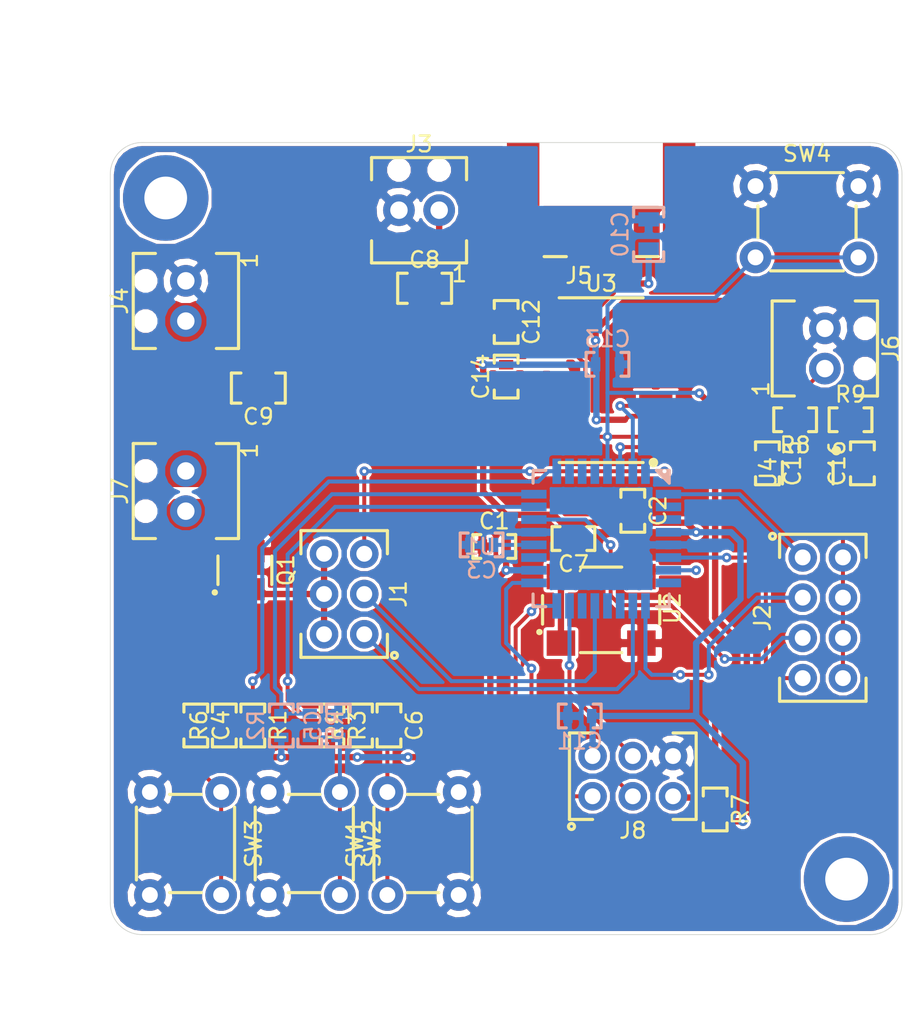
<source format=kicad_pcb>
(kicad_pcb (version 20171130) (host pcbnew "(6.0.0-rc1-dev-1168-gacfa13c03)")
  (layers (0 F.Cu signal) (31 B.Cu signal hide) (34 B.Paste user hide) (35 F.Paste user) (36 B.SilkS user hide) (37 F.SilkS user) (38 B.Mask user hide) (39 F.Mask user hide) (44 Edge.Cuts user))
  (net 0 "")
  (net 1 GND)
  (net 2 +5V)
  (net 3 "Net-(C3-Pad1)")
  (net 4 "Net-(C4-Pad1)")
  (net 5 "Net-(C5-Pad1)")
  (net 6 "Net-(C6-Pad1)")
  (net 7 +UPOW)
  (net 8 "Net-(C10-Pad1)")
  (net 9 "Net-(C12-Pad1)")
  (net 10 /MicroControl/FET)
  (net 11 /MicroControl/OUT0)
  (net 12 /MicroControl/OUT3_4)
  (net 13 /MicroControl/OUT1)
  (net 14 /Connector/SensorSpeed)
  (net 15 /MicroControl/T1)
  (net 16 /MicroControl/EXINT)
  (net 17 /MicroControl/T4)
  (net 18 /MicroControl/T3)
  (net 19 "Net-(J5-Pad6)")
  (net 20 /Connector/USB-)
  (net 21 /Connector/USB+)
  (net 22 "Net-(J5-Pad4)")
  (net 23 /Connector/MAGNET)
  (net 24 /Connector/PROG_MOSI)
  (net 25 /Connector/PROG_MISO)
  (net 26 /Connector/MCU_RESET)
  (net 27 /Connector/PROG_SCK)
  (net 28 /MicroControl/PCINT_INC)
  (net 29 /MicroControl/PCINT_DEC)
  (net 30 /MicroControl/PCINT_SET)
  (net 31 /MicroControl/MCU_TX)
  (net 32 /MicroControl/MCU_RX)
  (net 33 "Net-(U1-Pad28)")
  (net 34 "Net-(U1-Pad27)")
  (net 35 "Net-(U1-Pad26)")
  (net 36 "Net-(U1-Pad19)")
  (net 37 "Net-(U1-Pad14)")
  (net 38 "Net-(U1-Pad12)")
  (net 39 "Net-(U1-Pad11)")
  (net 40 "Net-(U1-Pad8)")
  (net 41 /MicroControl/OSC_IN)
  (net 42 "Net-(U1-Pad3)")
  (net 43 "Net-(U1-Pad2)")
  (net 44 "Net-(U3-Pad23)")
  (net 45 "Net-(U3-Pad22)")
  (net 46 "Net-(U3-Pad27)")
  (net 47 "Net-(U3-Pad28)")
  (net 48 "Net-(U3-Pad24)")
  (net 49 "Net-(U3-Pad14)")
  (net 50 "Net-(U3-Pad13)")
  (net 51 "Net-(U3-Pad12)")
  (net 52 "Net-(U3-Pad11)")
  (net 53 "Net-(U3-Pad10)")
  (net 54 "Net-(U3-Pad9)")
  (net 55 "Net-(U3-Pad8)")
  (net 56 "Net-(U3-Pad6)")
  (net 57 "Net-(U3-Pad3)")
  (net 58 "Net-(J6-Pad1)")
  (net 59 "Net-(U4-Pad4)")
  (net 60 /Connector/MCU_SensorSpeed)
  (net 61 "Net-(H1-Pad1)")
  (net 62 "Net-(H2-Pad1)")
  (module MECHANICAL:HOLE_2.7mm (layer F.Cu) (at 156.5 116.5)
    (fp_text reference H2 hide)
    (fp_text value HOLE_2.7mm hide)
    (pad 1 thru_hole circle (at 0 0) (size 5.4 5.4) (drill 2.7) (layers *.Cu *.Mask) (net 62 "Net-(H2-Pad1)"))
  )
  (module MECHANICAL:HOLE_2.7mm (layer F.Cu) (at 113.5 73.5)
    (fp_text reference H1 hide)
    (fp_text value HOLE_2.7mm hide)
    (pad 1 thru_hole circle (at 0 0) (size 5.4 5.4) (drill 2.7) (layers *.Cu *.Mask) (net 61 "Net-(H1-Pad1)"))
  )
  (module LABEL:logic_label (layer F.Cu) (at 121 73 180)
    (fp_text reference G*** hide)
    (fp_text value LOGO hide)
  )
  (module IC:SOT-23-6 (layer F.Cu) (at 154.05 90.85 270)
    (fp_text reference U4 (at 0 2.5 270) (layer F.SilkS))
    (fp_text value SN74LVC2G14 hide)
    (pad 6 smd rect (at 1.35 -0.95 180) (size 0.55 1) (layers F.Cu F.Paste F.Mask) (net 60 /Connector/MCU_SensorSpeed) (clearance 0.2))
    (pad 5 smd rect (at 1.35 0 180) (size 0.55 1) (layers F.Cu F.Paste F.Mask) (net 2 +5V) (clearance 0.2))
    (pad 4 smd rect (at 1.35 0.95 180) (size 0.55 1) (layers F.Cu F.Paste F.Mask) (net 59 "Net-(U4-Pad4)") (clearance 0.2))
    (pad 3 smd rect (at -1.35 0.95 180) (size 0.55 1) (layers F.Cu F.Paste F.Mask) (net 1 GND) (clearance 0.2))
    (pad 2 smd rect (at -1.35 0 180) (size 0.55 1) (layers F.Cu F.Paste F.Mask) (net 1 GND) (clearance 0.2))
    (pad 1 smd rect (at -1.35 -0.95 180) (size 0.55 1) (layers F.Cu F.Paste F.Mask) (net 14 /Connector/SensorSpeed) (clearance 0.2))
  )
  (module PASSIVES:RES_0603 (layer F.Cu) (at 156.75 87.5 180)
    (fp_text reference R9 (at 0 1.6 180) (layer F.SilkS))
    (fp_text value RES_10k_0603 hide)
    (pad 2 smd rect (at 0.75 0 180) (size 0.6 0.9) (layers F.Cu F.Paste F.Mask) (net 58 "Net-(J6-Pad1)") (clearance 0.2))
    (pad 1 smd rect (at -0.75 0 180) (size 0.6 0.9) (layers F.Cu F.Paste F.Mask) (net 14 /Connector/SensorSpeed) (clearance 0.2))
  )
  (module PASSIVES:CAP_0603 (layer F.Cu) (at 157.5 90.25 270)
    (fp_text reference C16 (at 0 1.6 270) (layer F.SilkS))
    (fp_text value CAP_100nF_0603 hide)
    (pad 2 smd rect (at 0.75 0 270) (size 0.6 0.9) (layers F.Cu F.Paste F.Mask) (net 1 GND) (clearance 0.2))
    (pad 1 smd rect (at -0.75 0 270) (size 0.6 0.9) (layers F.Cu F.Paste F.Mask) (net 14 /Connector/SensorSpeed) (clearance 0.2))
  )
  (module PASSIVES:CAP_0603 (layer F.Cu) (at 151.5 90.25 90)
    (fp_text reference C15 (at 0 1.6 90) (layer F.SilkS))
    (fp_text value CAP_100nF_0603 hide)
    (pad 2 smd rect (at 0.75 0 90) (size 0.6 0.9) (layers F.Cu F.Paste F.Mask) (net 1 GND) (clearance 0.2))
    (pad 1 smd rect (at -0.75 0 90) (size 0.6 0.9) (layers F.Cu F.Paste F.Mask) (net 2 +5V) (clearance 0.2))
  )
  (module DISCRETES:IQD_CFPS-72 (layer F.Cu) (at 141 99.5)
    (fp_text reference U2 (at 4.5 -0.1 270) (layer F.SilkS))
    (fp_text value OSZ_LFSPXO019275 hide)
    (pad 4 smd rect (at -2.54 -2.1 270) (size 1.6 1.8) (layers F.Cu F.Paste F.Mask) (net 2 +5V) (clearance 0.2))
    (pad 3 smd rect (at 2.54 -2.1 270) (size 1.6 1.8) (layers F.Cu F.Paste F.Mask) (net 41 /MicroControl/OSC_IN) (clearance 0.2))
    (pad 2 smd rect (at 2.54 2.1 270) (size 1.6 1.8) (layers F.Cu F.Paste F.Mask) (net 1 GND) (clearance 0.2))
    (pad 1 smd rect (at -2.54 2.1 270) (size 1.6 1.8) (layers F.Cu F.Paste F.Mask) (net 2 +5V) (clearance 0.2))
  )
  (module IC:SSOP-28 (layer F.Cu) (at 141 85 180)
    (fp_text reference U3 (at 0 6.1 180) (layer F.SilkS))
    (fp_text value FT232RL-REEL hide)
    (pad 15 smd rect (at 3.45 4.225 180) (size 2.1 0.35) (layers F.Cu F.Paste F.Mask) (net 21 /Connector/USB+) (clearance 0.2))
    (pad 16 smd rect (at 3.45 3.575 180) (size 2.1 0.35) (layers F.Cu F.Paste F.Mask) (net 20 /Connector/USB-) (clearance 0.2))
    (pad 17 smd rect (at 3.45 2.925 180) (size 2.1 0.35) (layers F.Cu F.Paste F.Mask) (net 9 "Net-(C12-Pad1)") (clearance 0.2))
    (pad 18 smd rect (at 3.45 2.275 180) (size 2.1 0.35) (layers F.Cu F.Paste F.Mask) (net 1 GND) (clearance 0.2))
    (pad 20 smd rect (at 3.45 0.975 180) (size 2.1 0.35) (layers F.Cu F.Paste F.Mask) (net 2 +5V) (clearance 0.2))
    (pad 19 smd rect (at 3.45 1.625 180) (size 2.1 0.35) (layers F.Cu F.Paste F.Mask) (net 26 /Connector/MCU_RESET) (clearance 0.2))
    (pad 23 smd rect (at 3.45 -0.975 180) (size 2.1 0.35) (layers F.Cu F.Paste F.Mask) (net 44 "Net-(U3-Pad23)") (clearance 0.2))
    (pad 21 smd rect (at 3.45 0.325 180) (size 2.1 0.35) (layers F.Cu F.Paste F.Mask) (net 1 GND) (clearance 0.2))
    (pad 22 smd rect (at 3.45 -0.325 180) (size 2.1 0.35) (layers F.Cu F.Paste F.Mask) (net 45 "Net-(U3-Pad22)") (clearance 0.2))
    (pad 27 smd rect (at 3.45 -3.575 180) (size 2.1 0.35) (layers F.Cu F.Paste F.Mask) (net 46 "Net-(U3-Pad27)") (clearance 0.2))
    (pad 28 smd rect (at 3.45 -4.225 180) (size 2.1 0.35) (layers F.Cu F.Paste F.Mask) (net 47 "Net-(U3-Pad28)") (clearance 0.2))
    (pad 26 smd rect (at 3.45 -2.925 180) (size 2.1 0.35) (layers F.Cu F.Paste F.Mask) (net 1 GND) (clearance 0.2))
    (pad 25 smd rect (at 3.45 -2.275 180) (size 2.1 0.35) (layers F.Cu F.Paste F.Mask) (net 1 GND) (clearance 0.2))
    (pad 24 smd rect (at 3.45 -1.625 180) (size 2.1 0.35) (layers F.Cu F.Paste F.Mask) (net 48 "Net-(U3-Pad24)") (clearance 0.2))
    (pad 14 smd rect (at -3.45 4.225) (size 2.1 0.35) (layers F.Cu F.Paste F.Mask) (net 49 "Net-(U3-Pad14)") (clearance 0.2))
    (pad 13 smd rect (at -3.45 3.575) (size 2.1 0.35) (layers F.Cu F.Paste F.Mask) (net 50 "Net-(U3-Pad13)") (clearance 0.2))
    (pad 12 smd rect (at -3.45 2.925) (size 2.1 0.35) (layers F.Cu F.Paste F.Mask) (net 51 "Net-(U3-Pad12)") (clearance 0.2))
    (pad 11 smd rect (at -3.45 2.275) (size 2.1 0.35) (layers F.Cu F.Paste F.Mask) (net 52 "Net-(U3-Pad11)") (clearance 0.2))
    (pad 10 smd rect (at -3.45 1.625) (size 2.1 0.35) (layers F.Cu F.Paste F.Mask) (net 53 "Net-(U3-Pad10)") (clearance 0.2))
    (pad 9 smd rect (at -3.45 0.975) (size 2.1 0.35) (layers F.Cu F.Paste F.Mask) (net 54 "Net-(U3-Pad9)") (clearance 0.2))
    (pad 8 smd rect (at -3.45 0.325) (size 2.1 0.35) (layers F.Cu F.Paste F.Mask) (net 55 "Net-(U3-Pad8)") (clearance 0.2))
    (pad 7 smd rect (at -3.45 -0.325) (size 2.1 0.35) (layers F.Cu F.Paste F.Mask) (net 1 GND) (clearance 0.2))
    (pad 6 smd rect (at -3.45 -0.975) (size 2.1 0.35) (layers F.Cu F.Paste F.Mask) (net 56 "Net-(U3-Pad6)") (clearance 0.2))
    (pad 5 smd rect (at -3.45 -1.625) (size 2.1 0.35) (layers F.Cu F.Paste F.Mask) (net 31 /MicroControl/MCU_TX) (clearance 0.2))
    (pad 4 smd rect (at -3.45 -2.275) (size 2.1 0.35) (layers F.Cu F.Paste F.Mask) (net 2 +5V) (clearance 0.2))
    (pad 3 smd rect (at -3.45 -2.925) (size 2.1 0.35) (layers F.Cu F.Paste F.Mask) (net 57 "Net-(U3-Pad3)") (clearance 0.2))
    (pad 2 smd rect (at -3.45 -3.575) (size 2.1 0.35) (layers F.Cu F.Paste F.Mask) (net 26 /Connector/MCU_RESET) (clearance 0.2))
    (pad 1 smd rect (at -3.45 -4.225) (size 2.1 0.35) (layers F.Cu F.Paste F.Mask) (net 32 /MicroControl/MCU_RX) (clearance 0.2))
  )
  (module IC:TQFP32_7x7_800 (layer B.Cu) (at 141 95 180)
    (fp_text reference U1 (at 7.65 -0.5 180) (layer B.SilkS) (effects (justify mirror)))
    (fp_text value ATMEGA328PB-AU hide)
    (pad 32 smd rect (at -2.8 4.25) (size 0.55 1.6) (layers B.Cu B.Paste B.Mask) (net 12 /MicroControl/OUT3_4) (clearance 0.2))
    (pad 31 smd rect (at -2 4.25) (size 0.55 1.6) (layers B.Cu B.Paste B.Mask) (net 31 /MicroControl/MCU_TX) (clearance 0.2))
    (pad 30 smd rect (at -1.2 4.25) (size 0.55 1.6) (layers B.Cu B.Paste B.Mask) (net 32 /MicroControl/MCU_RX) (clearance 0.2))
    (pad 29 smd rect (at -0.4 4.25) (size 0.55 1.6) (layers B.Cu B.Paste B.Mask) (net 26 /Connector/MCU_RESET) (clearance 0.2))
    (pad 28 smd rect (at 0.4 4.25) (size 0.55 1.6) (layers B.Cu B.Paste B.Mask) (net 33 "Net-(U1-Pad28)") (clearance 0.2))
    (pad 27 smd rect (at 1.2 4.25) (size 0.55 1.6) (layers B.Cu B.Paste B.Mask) (net 34 "Net-(U1-Pad27)") (clearance 0.2))
    (pad 26 smd rect (at 2 4.25) (size 0.55 1.6) (layers B.Cu B.Paste B.Mask) (net 35 "Net-(U1-Pad26)") (clearance 0.2))
    (pad 25 smd rect (at 2.8 4.25) (size 0.55 1.6) (layers B.Cu B.Paste B.Mask) (net 28 /MicroControl/PCINT_INC) (clearance 0.2))
    (pad 24 smd rect (at 4.25 2.8 90) (size 0.55 1.6) (layers B.Cu B.Paste B.Mask) (net 29 /MicroControl/PCINT_DEC) (clearance 0.2))
    (pad 23 smd rect (at 4.25 2 90) (size 0.55 1.6) (layers B.Cu B.Paste B.Mask) (net 30 /MicroControl/PCINT_SET) (clearance 0.2))
    (pad 22 smd rect (at 4.25 1.2 90) (size 0.55 1.6) (layers B.Cu B.Paste B.Mask) (net 18 /MicroControl/T3) (clearance 0.2))
    (pad 21 smd rect (at 4.25 0.4 90) (size 0.55 1.6) (layers B.Cu B.Paste B.Mask) (net 1 GND) (clearance 0.2))
    (pad 20 smd rect (at 4.25 -0.4 90) (size 0.55 1.6) (layers B.Cu B.Paste B.Mask) (net 3 "Net-(C3-Pad1)") (clearance 0.2))
    (pad 19 smd rect (at 4.25 -1.2 90) (size 0.55 1.6) (layers B.Cu B.Paste B.Mask) (net 36 "Net-(U1-Pad19)") (clearance 0.2))
    (pad 18 smd rect (at 4.25 -2 90) (size 0.55 1.6) (layers B.Cu B.Paste B.Mask) (net 2 +5V) (clearance 0.2))
    (pad 17 smd rect (at 4.25 -2.8 90) (size 0.55 1.6) (layers B.Cu B.Paste B.Mask) (net 27 /Connector/PROG_SCK) (clearance 0.2))
    (pad 16 smd rect (at 2.8 -4.25) (size 0.55 1.6) (layers B.Cu B.Paste B.Mask) (net 25 /Connector/PROG_MISO) (clearance 0.2))
    (pad 15 smd rect (at 2 -4.25) (size 0.55 1.6) (layers B.Cu B.Paste B.Mask) (net 24 /Connector/PROG_MOSI) (clearance 0.2))
    (pad 14 smd rect (at 1.2 -4.25) (size 0.55 1.6) (layers B.Cu B.Paste B.Mask) (net 37 "Net-(U1-Pad14)") (clearance 0.2))
    (pad 13 smd rect (at 0.4 -4.25) (size 0.55 1.6) (layers B.Cu B.Paste B.Mask) (net 13 /MicroControl/OUT1) (clearance 0.2))
    (pad 12 smd rect (at -0.4 -4.25) (size 0.55 1.6) (layers B.Cu B.Paste B.Mask) (net 38 "Net-(U1-Pad12)") (clearance 0.2))
    (pad 11 smd rect (at -1.2 -4.25) (size 0.55 1.6) (layers B.Cu B.Paste B.Mask) (net 39 "Net-(U1-Pad11)") (clearance 0.2))
    (pad 10 smd rect (at -2 -4.25) (size 0.55 1.6) (layers B.Cu B.Paste B.Mask) (net 11 /MicroControl/OUT0) (clearance 0.2))
    (pad 9 smd rect (at -2.8 -4.25) (size 0.55 1.6) (layers B.Cu B.Paste B.Mask) (net 15 /MicroControl/T1) (clearance 0.2))
    (pad 8 smd rect (at -4.25 -2.8 90) (size 0.55 1.6) (layers B.Cu B.Paste B.Mask) (net 40 "Net-(U1-Pad8)") (clearance 0.2))
    (pad 7 smd rect (at -4.25 -2 90) (size 0.55 1.6) (layers B.Cu B.Paste B.Mask) (net 41 /MicroControl/OSC_IN) (clearance 0.2))
    (pad 6 smd rect (at -4.25 -1.2 90) (size 0.55 1.6) (layers B.Cu B.Paste B.Mask) (net 17 /MicroControl/T4) (clearance 0.2))
    (pad 5 smd rect (at -4.25 -0.4 90) (size 0.55 1.6) (layers B.Cu B.Paste B.Mask) (net 1 GND) (clearance 0.2))
    (pad 4 smd rect (at -4.25 0.4 90) (size 0.55 1.6) (layers B.Cu B.Paste B.Mask) (net 2 +5V) (clearance 0.2))
    (pad 3 smd rect (at -4.25 1.2 90) (size 0.55 1.6) (layers B.Cu B.Paste B.Mask) (net 42 "Net-(U1-Pad3)") (clearance 0.2))
    (pad 2 smd rect (at -4.25 2 90) (size 0.55 1.6) (layers B.Cu B.Paste B.Mask) (net 43 "Net-(U1-Pad2)") (clearance 0.2))
    (pad 1 smd rect (at -4.25 2.8 90) (size 0.55 1.6) (layers B.Cu B.Paste B.Mask) (net 16 /MicroControl/EXINT) (clearance 0.2))
  )
  (module MECHANICAL:BUT_B3F-10XX (layer F.Cu) (at 154 75 180)
    (fp_text reference SW4 (at 0 4.3 180) (layer F.SilkS))
    (fp_text value BUT_B3F-1022 hide)
    (pad 4 thru_hole circle (at -3.25 -2.25 180) (size 2 2) (drill 1) (layers *.Cu *.Mask) (net 26 /Connector/MCU_RESET))
    (pad 3 thru_hole circle (at 3.25 -2.25 180) (size 2 2) (drill 1) (layers *.Cu *.Mask) (net 26 /Connector/MCU_RESET))
    (pad 1 thru_hole circle (at 3.25 2.25 180) (size 2 2) (drill 1) (layers *.Cu *.Mask) (net 1 GND))
    (pad 2 thru_hole circle (at -3.25 2.25 180) (size 2 2) (drill 1) (layers *.Cu *.Mask) (net 1 GND))
  )
  (module MECHANICAL:BUT_B3F-10XX (layer F.Cu) (at 114.75 114.25 90)
    (fp_text reference SW3 (at 0 4.3 90) (layer F.SilkS))
    (fp_text value BUT_B3F-1022 hide)
    (pad 4 thru_hole circle (at -3.25 -2.25 90) (size 2 2) (drill 1) (layers *.Cu *.Mask) (net 1 GND))
    (pad 3 thru_hole circle (at 3.25 -2.25 90) (size 2 2) (drill 1) (layers *.Cu *.Mask) (net 1 GND))
    (pad 1 thru_hole circle (at 3.25 2.25 90) (size 2 2) (drill 1) (layers *.Cu *.Mask) (net 4 "Net-(C4-Pad1)"))
    (pad 2 thru_hole circle (at -3.25 2.25 90) (size 2 2) (drill 1) (layers *.Cu *.Mask) (net 4 "Net-(C4-Pad1)"))
  )
  (module MECHANICAL:BUT_B3F-10XX (layer F.Cu) (at 122.25 114.25 90)
    (fp_text reference SW2 (at 0 4.3 90) (layer F.SilkS))
    (fp_text value BUT_B3F-1022 hide)
    (pad 4 thru_hole circle (at -3.25 -2.25 90) (size 2 2) (drill 1) (layers *.Cu *.Mask) (net 1 GND))
    (pad 3 thru_hole circle (at 3.25 -2.25 90) (size 2 2) (drill 1) (layers *.Cu *.Mask) (net 1 GND))
    (pad 1 thru_hole circle (at 3.25 2.25 90) (size 2 2) (drill 1) (layers *.Cu *.Mask) (net 5 "Net-(C5-Pad1)"))
    (pad 2 thru_hole circle (at -3.25 2.25 90) (size 2 2) (drill 1) (layers *.Cu *.Mask) (net 5 "Net-(C5-Pad1)"))
  )
  (module MECHANICAL:BUT_B3F-10XX (layer F.Cu) (at 129.75 114.25 270)
    (fp_text reference SW1 (at 0 4.3 270) (layer F.SilkS))
    (fp_text value BUT_B3F-1022 hide)
    (pad 4 thru_hole circle (at -3.25 -2.25 270) (size 2 2) (drill 1) (layers *.Cu *.Mask) (net 1 GND))
    (pad 3 thru_hole circle (at 3.25 -2.25 270) (size 2 2) (drill 1) (layers *.Cu *.Mask) (net 1 GND))
    (pad 1 thru_hole circle (at 3.25 2.25 270) (size 2 2) (drill 1) (layers *.Cu *.Mask) (net 6 "Net-(C6-Pad1)"))
    (pad 2 thru_hole circle (at -3.25 2.25 270) (size 2 2) (drill 1) (layers *.Cu *.Mask) (net 6 "Net-(C6-Pad1)"))
  )
  (module PASSIVES:RES_0603 (layer F.Cu) (at 153.25 87.5)
    (fp_text reference R8 (at 0 1.6) (layer F.SilkS))
    (fp_text value RES_10k_0603 hide)
    (pad 2 smd rect (at 0.75 0) (size 0.6 0.9) (layers F.Cu F.Paste F.Mask) (net 58 "Net-(J6-Pad1)") (clearance 0.2))
    (pad 1 smd rect (at -0.75 0) (size 0.6 0.9) (layers F.Cu F.Paste F.Mask) (net 2 +5V) (clearance 0.2))
  )
  (module PASSIVES:RES_0603 (layer F.Cu) (at 148.2 112.1 90)
    (fp_text reference R7 (at 0 1.6 90) (layer F.SilkS))
    (fp_text value RES_10k_0603 hide)
    (pad 2 smd rect (at 0.75 0 90) (size 0.6 0.9) (layers F.Cu F.Paste F.Mask) (net 26 /Connector/MCU_RESET) (clearance 0.2))
    (pad 1 smd rect (at -0.75 0 90) (size 0.6 0.9) (layers F.Cu F.Paste F.Mask) (net 2 +5V) (clearance 0.2))
  )
  (module PASSIVES:RES_0603 (layer F.Cu) (at 117.2 106.8 270)
    (fp_text reference R6 (at 0 1.6 270) (layer F.SilkS))
    (fp_text value RES_10k_0603 hide)
    (pad 2 smd rect (at 0.75 0 270) (size 0.6 0.9) (layers F.Cu F.Paste F.Mask) (net 4 "Net-(C4-Pad1)") (clearance 0.2))
    (pad 1 smd rect (at -0.75 0 270) (size 0.6 0.9) (layers F.Cu F.Paste F.Mask) (net 28 /MicroControl/PCINT_INC) (clearance 0.2))
  )
  (module PASSIVES:RES_0603 (layer B.Cu) (at 122.6 106.8 270)
    (fp_text reference R5 (at 0 -1.6 270) (layer B.SilkS) (effects (justify mirror)))
    (fp_text value RES_10k_0603 hide)
    (pad 2 smd rect (at 0.75 0 270) (size 0.6 0.9) (layers B.Cu B.Paste B.Mask) (net 5 "Net-(C5-Pad1)") (clearance 0.2))
    (pad 1 smd rect (at -0.75 0 270) (size 0.6 0.9) (layers B.Cu B.Paste B.Mask) (net 29 /MicroControl/PCINT_DEC) (clearance 0.2))
  )
  (module PASSIVES:RES_0603 (layer F.Cu) (at 125.8 106.8 270)
    (fp_text reference R4 (at 0 1.6 270) (layer F.SilkS))
    (fp_text value RES_10k_0603 hide)
    (pad 2 smd rect (at 0.75 0 270) (size 0.6 0.9) (layers F.Cu F.Paste F.Mask) (net 6 "Net-(C6-Pad1)") (clearance 0.2))
    (pad 1 smd rect (at -0.75 0 270) (size 0.6 0.9) (layers F.Cu F.Paste F.Mask) (net 30 /MicroControl/PCINT_SET) (clearance 0.2))
  )
  (module PASSIVES:RES_0603 (layer F.Cu) (at 124 106.8 90)
    (fp_text reference R3 (at 0 1.6 90) (layer F.SilkS))
    (fp_text value RES_10k_0603 hide)
    (pad 2 smd rect (at 0.75 0 90) (size 0.6 0.9) (layers F.Cu F.Paste F.Mask) (net 30 /MicroControl/PCINT_SET) (clearance 0.2))
    (pad 1 smd rect (at -0.75 0 90) (size 0.6 0.9) (layers F.Cu F.Paste F.Mask) (net 2 +5V) (clearance 0.2))
  )
  (module PASSIVES:RES_0603 (layer B.Cu) (at 120.8 106.8 90)
    (fp_text reference R2 (at 0 -1.6 90) (layer B.SilkS) (effects (justify mirror)))
    (fp_text value RES_10k_0603 hide)
    (pad 2 smd rect (at 0.75 0 90) (size 0.6 0.9) (layers B.Cu B.Paste B.Mask) (net 29 /MicroControl/PCINT_DEC) (clearance 0.2))
    (pad 1 smd rect (at -0.75 0 90) (size 0.6 0.9) (layers B.Cu B.Paste B.Mask) (net 2 +5V) (clearance 0.2))
  )
  (module PASSIVES:RES_0603 (layer F.Cu) (at 119 106.8 90)
    (fp_text reference R1 (at 0 1.6 90) (layer F.SilkS))
    (fp_text value RES_10k_0603 hide)
    (pad 2 smd rect (at 0.75 0 90) (size 0.6 0.9) (layers F.Cu F.Paste F.Mask) (net 28 /MicroControl/PCINT_INC) (clearance 0.2))
    (pad 1 smd rect (at -0.75 0 90) (size 0.6 0.9) (layers F.Cu F.Paste F.Mask) (net 2 +5V) (clearance 0.2))
  )
  (module DISCRETES:ONSEMI_318BD (layer F.Cu) (at 118.5 97)
    (fp_text reference Q1 (at 2.6 0 90) (layer F.SilkS))
    (fp_text value MOSFET_CPH6442 hide)
    (pad 6 smd rect (at -0.95 -1.2) (size 0.6 1.4) (layers F.Cu F.Paste F.Mask) (net 23 /Connector/MAGNET) (clearance 0.2))
    (pad 5 smd rect (at 0 -1.2) (size 0.6 1.4) (layers F.Cu F.Paste F.Mask) (net 23 /Connector/MAGNET) (clearance 0.2))
    (pad 4 smd rect (at 0.95 -1.2) (size 0.6 1.4) (layers F.Cu F.Paste F.Mask) (net 1 GND) (clearance 0.2))
    (pad 3 smd rect (at 0.95 1.2) (size 0.6 1.4) (layers F.Cu F.Paste F.Mask) (net 10 /MicroControl/FET) (clearance 0.2))
    (pad 2 smd rect (at 0 1.2) (size 0.6 1.4) (layers F.Cu F.Paste F.Mask) (net 23 /Connector/MAGNET) (clearance 0.2))
    (pad 1 smd rect (at -0.95 1.2 180) (size 0.6 1.4) (layers F.Cu F.Paste F.Mask) (net 23 /Connector/MAGNET) (clearance 0.2))
  )
  (module MECHANICAL:SL_100MIL_2x3p (layer F.Cu) (at 143 110)
    (fp_text reference J8 (at 0 3.429) (layer F.SilkS))
    (fp_text value SL_100mil_2x3p hide)
    (pad 4 thru_hole circle (at 0 -1.27) (size 1.8 1.8) (drill 1) (layers *.Cu *.Mask) (net 24 /Connector/PROG_MOSI))
    (pad 1 thru_hole circle (at -2.54 1.27) (size 1.8 1.8) (drill 1) (layers *.Cu *.Mask) (net 25 /Connector/PROG_MISO))
    (pad 2 thru_hole circle (at -2.54 -1.27) (size 1.8 1.8) (drill 1) (layers *.Cu *.Mask) (net 2 +5V))
    (pad 5 thru_hole circle (at 2.54 1.27) (size 1.8 1.8) (drill 1) (layers *.Cu *.Mask) (net 26 /Connector/MCU_RESET))
    (pad 6 thru_hole circle (at 2.54 -1.27) (size 1.8 1.8) (drill 1) (layers *.Cu *.Mask) (net 1 GND))
    (pad 3 thru_hole circle (at 0 1.27) (size 1.8 1.8) (drill 1) (layers *.Cu *.Mask) (net 27 /Connector/PROG_SCK))
  )
  (module MECHANICAL:CON_MPT_1725656 (layer F.Cu) (at 113.5 92 270)
    (fp_text reference J7 (at 0 2.9 270) (layer F.SilkS))
    (fp_text value CON_PHOENIX_1725656 hide)
    (fp_text user 1 (at -2.55 -5.3 270) (layer F.SilkS))
    (pad "" np_thru_hole circle (at 1.27 1.27 270) (size 1.1 1.1) (drill 1.1) (layers *.Cu *.Mask))
    (pad "" np_thru_hole circle (at -1.27 1.27 270) (size 1.1 1.1) (drill 1.1) (layers *.Cu *.Mask))
    (pad 1 thru_hole circle (at -1.27 -1.27 270) (size 2 2) (drill 1.1) (layers *.Cu *.Mask) (net 7 +UPOW))
    (pad 2 thru_hole circle (at 1.27 -1.27 270) (size 2 2) (drill 1.1) (layers *.Cu *.Mask) (net 23 /Connector/MAGNET))
  )
  (module MECHANICAL:CON_MPT_1725656 (layer F.Cu) (at 156.4 83 90)
    (fp_text reference J6 (at 0 2.9 90) (layer F.SilkS))
    (fp_text value CON_PHOENIX_1725656 hide)
    (fp_text user 1 (at -2.55 -5.3 90) (layer F.SilkS))
    (pad "" np_thru_hole circle (at 1.27 1.27 90) (size 1.1 1.1) (drill 1.1) (layers *.Cu *.Mask))
    (pad "" np_thru_hole circle (at -1.27 1.27 90) (size 1.1 1.1) (drill 1.1) (layers *.Cu *.Mask))
    (pad 1 thru_hole circle (at -1.27 -1.27 90) (size 2 2) (drill 1.1) (layers *.Cu *.Mask) (net 58 "Net-(J6-Pad1)"))
    (pad 2 thru_hole circle (at 1.27 -1.27 90) (size 2 2) (drill 1.1) (layers *.Cu *.Mask) (net 1 GND))
  )
  (module MECHANICAL:MOLEX_54819_0572 (layer F.Cu) (at 141 70)
    (fp_text reference J5 (at -1.4 8.4) (layer F.SilkS))
    (fp_text value CON_MOLEX_548190572 hide)
    (pad 6 smd rect (at 4.925 6.25 90) (size 3.5 2.05) (layers F.Cu F.Paste F.Mask) (net 19 "Net-(J5-Pad6)") (clearance 0.2))
    (pad 6 smd rect (at 4.925 2 90) (size 4 2.05) (layers F.Cu F.Paste F.Mask) (net 19 "Net-(J5-Pad6)") (clearance 0.2))
    (pad 6 smd rect (at -4.925 6.25 90) (size 3.5 2.05) (layers F.Cu F.Paste F.Mask) (net 19 "Net-(J5-Pad6)") (clearance 0.2))
    (pad 6 smd rect (at -4.925 2 90) (size 4 2.05) (layers F.Cu F.Paste F.Mask) (net 19 "Net-(J5-Pad6)") (clearance 0.2))
    (pad 1 smd rect (at 1.6 6.25) (size 0.5 2.25) (layers F.Cu F.Paste F.Mask) (net 8 "Net-(C10-Pad1)") (clearance 0.2))
    (pad 2 smd rect (at 0.8 6.25) (size 0.5 2.25) (layers F.Cu F.Paste F.Mask) (net 20 /Connector/USB-) (clearance 0.2))
    (pad 3 smd rect (at 0 6.25) (size 0.5 2.25) (layers F.Cu F.Paste F.Mask) (net 21 /Connector/USB+) (clearance 0.2))
    (pad 4 smd rect (at -0.8 6.25) (size 0.5 2.25) (layers F.Cu F.Paste F.Mask) (net 22 "Net-(J5-Pad4)") (clearance 0.2))
    (pad 5 smd rect (at -1.6 6.25) (size 0.5 2.25) (layers F.Cu F.Paste F.Mask) (net 1 GND) (clearance 0.2))
  )
  (module MECHANICAL:CON_MPT_1725656 (layer F.Cu) (at 113.5 80 270)
    (fp_text reference J4 (at 0 2.9 270) (layer F.SilkS))
    (fp_text value CON_PHOENIX_1725656 hide)
    (fp_text user 1 (at -2.55 -5.3 270) (layer F.SilkS))
    (pad "" np_thru_hole circle (at 1.27 1.27 270) (size 1.1 1.1) (drill 1.1) (layers *.Cu *.Mask))
    (pad "" np_thru_hole circle (at -1.27 1.27 270) (size 1.1 1.1) (drill 1.1) (layers *.Cu *.Mask))
    (pad 1 thru_hole circle (at -1.27 -1.27 270) (size 2 2) (drill 1.1) (layers *.Cu *.Mask) (net 1 GND))
    (pad 2 thru_hole circle (at 1.27 -1.27 270) (size 2 2) (drill 1.1) (layers *.Cu *.Mask) (net 7 +UPOW))
  )
  (module MECHANICAL:CON_MPT_1725656 (layer F.Cu) (at 129.5 73 180)
    (fp_text reference J3 (at 0 2.9 180) (layer F.SilkS))
    (fp_text value CON_PHOENIX_1725656 hide)
    (fp_text user 1 (at -2.55 -5.3 180) (layer F.SilkS))
    (pad "" np_thru_hole circle (at 1.27 1.27 180) (size 1.1 1.1) (drill 1.1) (layers *.Cu *.Mask))
    (pad "" np_thru_hole circle (at -1.27 1.27 180) (size 1.1 1.1) (drill 1.1) (layers *.Cu *.Mask))
    (pad 1 thru_hole circle (at -1.27 -1.27 180) (size 2 2) (drill 1.1) (layers *.Cu *.Mask) (net 2 +5V))
    (pad 2 thru_hole circle (at 1.27 -1.27 180) (size 2 2) (drill 1.1) (layers *.Cu *.Mask) (net 1 GND))
  )
  (module MECHANICAL:SL_100MIL_2x4p (layer F.Cu) (at 155 100 270)
    (fp_text reference J2 (at 0 3.81 270) (layer F.SilkS))
    (fp_text value SL_100mil_2x4p hide)
    (pad 8 thru_hole circle (at 3.81 -1.27 270) (size 1.8 1.8) (drill 1) (layers *.Cu *.Mask) (net 60 /Connector/MCU_SensorSpeed))
    (pad 3 thru_hole circle (at -1.27 1.27 270) (size 1.8 1.8) (drill 1) (layers *.Cu *.Mask) (net 15 /MicroControl/T1))
    (pad 1 thru_hole circle (at -3.81 1.27 270) (size 1.8 1.8) (drill 1) (layers *.Cu *.Mask) (net 16 /MicroControl/EXINT))
    (pad 7 thru_hole circle (at 3.81 1.27 270) (size 1.8 1.8) (drill 1) (layers *.Cu *.Mask) (net 17 /MicroControl/T4))
    (pad 6 thru_hole circle (at 1.27 -1.27 270) (size 1.8 1.8) (drill 1) (layers *.Cu *.Mask) (net 60 /Connector/MCU_SensorSpeed))
    (pad 2 thru_hole circle (at -3.81 -1.27 270) (size 1.8 1.8) (drill 1) (layers *.Cu *.Mask) (net 60 /Connector/MCU_SensorSpeed))
    (pad 4 thru_hole circle (at -1.27 -1.27 270) (size 1.8 1.8) (drill 1) (layers *.Cu *.Mask) (net 60 /Connector/MCU_SensorSpeed))
    (pad 5 thru_hole circle (at 1.27 1.27 270) (size 1.8 1.8) (drill 1) (layers *.Cu *.Mask) (net 18 /MicroControl/T3))
  )
  (module MECHANICAL:SL_100MIL_2x3p (layer F.Cu) (at 124.77 98.5 90)
    (fp_text reference J1 (at 0 3.429 90) (layer F.SilkS))
    (fp_text value SL_100mil_2x3p hide)
    (pad 4 thru_hole circle (at 0 -1.27 90) (size 1.8 1.8) (drill 1) (layers *.Cu *.Mask) (net 10 /MicroControl/FET))
    (pad 1 thru_hole circle (at -2.54 1.27 90) (size 1.8 1.8) (drill 1) (layers *.Cu *.Mask) (net 11 /MicroControl/OUT0))
    (pad 2 thru_hole circle (at -2.54 -1.27 90) (size 1.8 1.8) (drill 1) (layers *.Cu *.Mask) (net 10 /MicroControl/FET))
    (pad 5 thru_hole circle (at 2.54 1.27 90) (size 1.8 1.8) (drill 1) (layers *.Cu *.Mask) (net 12 /MicroControl/OUT3_4))
    (pad 6 thru_hole circle (at 2.54 -1.27 90) (size 1.8 1.8) (drill 1) (layers *.Cu *.Mask) (net 10 /MicroControl/FET))
    (pad 3 thru_hole circle (at 0 1.27 90) (size 1.8 1.8) (drill 1) (layers *.Cu *.Mask) (net 13 /MicroControl/OUT1))
  )
  (module PASSIVES:CAP_0603 (layer F.Cu) (at 135 84.775 270)
    (fp_text reference C14 (at 0 1.6 270) (layer F.SilkS))
    (fp_text value CAP_100nF_0603 hide)
    (pad 2 smd rect (at 0.75 0 270) (size 0.6 0.9) (layers F.Cu F.Paste F.Mask) (net 1 GND) (clearance 0.2))
    (pad 1 smd rect (at -0.75 0 270) (size 0.6 0.9) (layers F.Cu F.Paste F.Mask) (net 2 +5V) (clearance 0.2))
  )
  (module PASSIVES:CAP_0603 (layer B.Cu) (at 141.4 84)
    (fp_text reference C13 (at 0 -1.6) (layer B.SilkS) (effects (justify mirror)))
    (fp_text value CAP_100nF_0603 hide)
    (pad 2 smd rect (at 0.75 0) (size 0.6 0.9) (layers B.Cu B.Paste B.Mask) (net 1 GND) (clearance 0.2))
    (pad 1 smd rect (at -0.75 0) (size 0.6 0.9) (layers B.Cu B.Paste B.Mask) (net 2 +5V) (clearance 0.2))
  )
  (module PASSIVES:CAP_0603 (layer F.Cu) (at 135 81.325 90)
    (fp_text reference C12 (at 0 1.6 90) (layer F.SilkS))
    (fp_text value CAP_100nF_0603 hide)
    (pad 2 smd rect (at 0.75 0 90) (size 0.6 0.9) (layers F.Cu F.Paste F.Mask) (net 1 GND) (clearance 0.2))
    (pad 1 smd rect (at -0.75 0 90) (size 0.6 0.9) (layers F.Cu F.Paste F.Mask) (net 9 "Net-(C12-Pad1)") (clearance 0.2))
  )
  (module PASSIVES:CAP_0603 (layer B.Cu) (at 139.65 106.2 180)
    (fp_text reference C11 (at 0 -1.6 180) (layer B.SilkS) (effects (justify mirror)))
    (fp_text value CAP_100nF_0603 hide)
    (pad 2 smd rect (at 0.75 0 180) (size 0.6 0.9) (layers B.Cu B.Paste B.Mask) (net 1 GND) (clearance 0.2))
    (pad 1 smd rect (at -0.75 0 180) (size 0.6 0.9) (layers B.Cu B.Paste B.Mask) (net 2 +5V) (clearance 0.2))
  )
  (module PASSIVES:CAP_0805 (layer B.Cu) (at 144 75.8 90)
    (fp_text reference C10 (at 0 -1.8 90) (layer B.SilkS) (effects (justify mirror)))
    (fp_text value CAP_10uF_0805 hide)
    (pad 2 smd rect (at 0.95 0 90) (size 0.9 1.3) (layers B.Cu B.Paste B.Mask) (net 1 GND) (clearance 0.2))
    (pad 1 smd rect (at -0.95 0 90) (size 0.9 1.3) (layers B.Cu B.Paste B.Mask) (net 8 "Net-(C10-Pad1)") (clearance 0.2))
  )
  (module PASSIVES:CAP_0805 (layer F.Cu) (at 119.35 85.5)
    (fp_text reference C9 (at 0 1.8) (layer F.SilkS))
    (fp_text value CAP_10uF_0805 hide)
    (pad 2 smd rect (at 0.95 0) (size 0.9 1.3) (layers F.Cu F.Paste F.Mask) (net 1 GND) (clearance 0.2))
    (pad 1 smd rect (at -0.95 0) (size 0.9 1.3) (layers F.Cu F.Paste F.Mask) (net 7 +UPOW) (clearance 0.2))
  )
  (module PASSIVES:CAP_0805 (layer F.Cu) (at 129.85 79.2 180)
    (fp_text reference C8 (at 0 1.8 180) (layer F.SilkS))
    (fp_text value CAP_10uF_0805 hide)
    (pad 2 smd rect (at 0.95 0 180) (size 0.9 1.3) (layers F.Cu F.Paste F.Mask) (net 1 GND) (clearance 0.2))
    (pad 1 smd rect (at -0.95 0 180) (size 0.9 1.3) (layers F.Cu F.Paste F.Mask) (net 2 +5V) (clearance 0.2))
  )
  (module PASSIVES:CAP_0603 (layer F.Cu) (at 139.25 95)
    (fp_text reference C7 (at 0 1.6) (layer F.SilkS))
    (fp_text value CAP_100nF_0603 hide)
    (pad 2 smd rect (at 0.75 0) (size 0.6 0.9) (layers F.Cu F.Paste F.Mask) (net 1 GND) (clearance 0.2))
    (pad 1 smd rect (at -0.75 0) (size 0.6 0.9) (layers F.Cu F.Paste F.Mask) (net 2 +5V) (clearance 0.2))
  )
  (module PASSIVES:CAP_0603 (layer F.Cu) (at 127.6 106.8 90)
    (fp_text reference C6 (at 0 1.6 90) (layer F.SilkS))
    (fp_text value CAP_100nF_0603 hide)
    (pad 2 smd rect (at 0.75 0 90) (size 0.6 0.9) (layers F.Cu F.Paste F.Mask) (net 1 GND) (clearance 0.2))
    (pad 1 smd rect (at -0.75 0 90) (size 0.6 0.9) (layers F.Cu F.Paste F.Mask) (net 6 "Net-(C6-Pad1)") (clearance 0.2))
  )
  (module PASSIVES:CAP_0603 (layer B.Cu) (at 124.4 106.8 90)
    (fp_text reference C5 (at 0 -1.6 90) (layer B.SilkS) (effects (justify mirror)))
    (fp_text value CAP_100nF_0603 hide)
    (pad 2 smd rect (at 0.75 0 90) (size 0.6 0.9) (layers B.Cu B.Paste B.Mask) (net 1 GND) (clearance 0.2))
    (pad 1 smd rect (at -0.75 0 90) (size 0.6 0.9) (layers B.Cu B.Paste B.Mask) (net 5 "Net-(C5-Pad1)") (clearance 0.2))
  )
  (module PASSIVES:CAP_0603 (layer F.Cu) (at 115.4 106.8 90)
    (fp_text reference C4 (at 0 1.6 90) (layer F.SilkS))
    (fp_text value CAP_100nF_0603 hide)
    (pad 2 smd rect (at 0.75 0 90) (size 0.6 0.9) (layers F.Cu F.Paste F.Mask) (net 1 GND) (clearance 0.2))
    (pad 1 smd rect (at -0.75 0 90) (size 0.6 0.9) (layers F.Cu F.Paste F.Mask) (net 4 "Net-(C4-Pad1)") (clearance 0.2))
  )
  (module PASSIVES:CAP_0603 (layer B.Cu) (at 133.45 95.4 180)
    (fp_text reference C3 (at 0 -1.6 180) (layer B.SilkS) (effects (justify mirror)))
    (fp_text value CAP_100nF_0603 hide)
    (pad 2 smd rect (at 0.75 0 180) (size 0.6 0.9) (layers B.Cu B.Paste B.Mask) (net 1 GND) (clearance 0.2))
    (pad 1 smd rect (at -0.75 0 180) (size 0.6 0.9) (layers B.Cu B.Paste B.Mask) (net 3 "Net-(C3-Pad1)") (clearance 0.2))
  )
  (module PASSIVES:CAP_0603 (layer F.Cu) (at 143 93.25 90)
    (fp_text reference C2 (at 0 1.6 90) (layer F.SilkS))
    (fp_text value CAP_100nF_0603 hide)
    (pad 2 smd rect (at 0.75 0 90) (size 0.6 0.9) (layers F.Cu F.Paste F.Mask) (net 1 GND) (clearance 0.2))
    (pad 1 smd rect (at -0.75 0 90) (size 0.6 0.9) (layers F.Cu F.Paste F.Mask) (net 2 +5V) (clearance 0.2))
  )
  (module PASSIVES:CAP_0603 (layer F.Cu) (at 134.25 95.5 180)
    (fp_text reference C1 (at 0 1.6 180) (layer F.SilkS))
    (fp_text value CAP_100nF_0603 hide)
    (pad 2 smd rect (at 0.75 0 180) (size 0.6 0.9) (layers F.Cu F.Paste F.Mask) (net 1 GND) (clearance 0.2))
    (pad 1 smd rect (at -0.75 0 180) (size 0.6 0.9) (layers F.Cu F.Paste F.Mask) (net 2 +5V) (clearance 0.2))
  )
  (module LABEL:magnet_label (layer F.Cu) (at 113 99.5 270)
    (fp_text reference G*** hide)
    (fp_text value LOGO hide)
  )
  (module LABEL:logoname_label (layer F.Cu) (at 144 117.5)
    (fp_text reference G*** hide)
    (fp_text value LOGO hide)
  )
  (gr_arc (start 158 118) (end 158 120) (angle -90) (layer Edge.Cuts) (width 0.05))
  (gr_line (start 112 70) (end 158 70) (layer Edge.Cuts) (width 0.05))
  (gr_line (start 110 118) (end 110 72) (layer Edge.Cuts) (width 0.05))
  (gr_arc (start 112 72) (end 112 70) (angle -90) (layer Edge.Cuts) (width 0.05))
  (gr_arc (start 112 118) (end 110 118) (angle -90) (layer Edge.Cuts) (width 0.05))
  (gr_line (start 160 72) (end 160 118) (layer Edge.Cuts) (width 0.05))
  (gr_arc (start 158 72) (end 160 72) (angle -90) (layer Edge.Cuts) (width 0.05))
  (gr_line (start 158 120) (end 112 120) (layer Edge.Cuts) (width 0.05))
  (via (at 120.8 108.8) (size 0.6) (drill 0.25) (layers F.Cu B.Cu) (net 2))
  (via (at 125.6 108.8) (size 0.6) (drill 0.25) (layers F.Cu B.Cu) (net 2))
  (via (at 128.8 108.8) (size 0.6) (drill 0.25) (layers F.Cu B.Cu) (net 2))
  (via (at 149.950005 112.849995) (size 0.6) (drill 0.25) (layers F.Cu B.Cu) (net 2))
  (via (at 140.65 82.5) (size 0.6) (drill 0.25) (layers F.Cu B.Cu) (net 2))
  (via (at 147 94.6) (size 0.6) (drill 0.25) (layers F.Cu B.Cu) (net 2))
  (via (at 135 97) (size 0.6) (drill 0.25) (layers F.Cu B.Cu) (net 2))
  (via (at 140.7 87.5) (size 0.6) (drill 0.25) (layers F.Cu B.Cu) (net 2))
  (segment (start 154.05 91.45) (end 153.6 91) (width 0.4) (layer F.Cu) (net 2))
  (segment (start 154.05 92.2) (end 154.05 91.45) (width 0.4) (layer F.Cu) (net 2))
  (segment (start 130.77 74.27) (end 130.77 82.77) (width 0.4) (layer F.Cu) (net 2))
  (segment (start 130.77 82.77) (end 132.025 84.025) (width 0.4) (layer F.Cu) (net 2))
  (segment (start 136.75 97) (end 135 97) (width 0.4) (layer B.Cu) (net 2))
  (segment (start 144.45 87.275) (end 142.725 87.275) (width 0.3) (layer F.Cu) (net 2))
  (segment (start 142.725 87.275) (end 142.5 87.5) (width 0.3) (layer F.Cu) (net 2))
  (segment (start 138.5 97.36) (end 138.5 95) (width 0.4) (layer F.Cu) (net 2))
  (segment (start 138.46 97.4) (end 138.5 97.36) (width 0.25) (layer F.Cu) (net 2))
  (segment (start 138.5 95) (end 138.5 94) (width 0.4) (layer F.Cu) (net 2))
  (segment (start 138 93.5) (end 135 93.5) (width 0.4) (layer F.Cu) (net 2))
  (segment (start 138.5 94) (end 138 93.5) (width 0.4) (layer F.Cu) (net 2))
  (segment (start 135 97) (end 135 93.5) (width 0.4) (layer F.Cu) (net 2))
  (segment (start 142.5 87.5) (end 140.7 87.5) (width 0.4) (layer F.Cu) (net 2))
  (segment (start 138.46 101.6) (end 138.46 97.4) (width 0.4) (layer F.Cu) (net 2))
  (segment (start 138.5 94) (end 143 94) (width 0.4) (layer F.Cu) (net 2))
  (segment (start 145.25 94.6) (end 147 94.6) (width 0.4) (layer B.Cu) (net 2))
  (segment (start 143 94) (end 146 94) (width 0.4) (layer F.Cu) (net 2))
  (segment (start 146.4 94) (end 146 94) (width 0.4) (layer F.Cu) (net 2))
  (segment (start 147 94.6) (end 146.4 94) (width 0.4) (layer F.Cu) (net 2))
  (segment (start 153.6 91) (end 151.5 91) (width 0.4) (layer F.Cu) (net 2))
  (segment (start 151.5 91) (end 150 91) (width 0.4) (layer F.Cu) (net 2))
  (segment (start 149.5 90.5) (end 149.5 87.5) (width 0.4) (layer F.Cu) (net 2))
  (segment (start 150 91) (end 149.5 90.5) (width 0.4) (layer F.Cu) (net 2))
  (segment (start 149.5 87.5) (end 152.5 87.5) (width 0.4) (layer F.Cu) (net 2))
  (via (at 133.549999 84.024999) (size 0.6) (drill 0.25) (layers F.Cu B.Cu) (net 2))
  (segment (start 135 93.5) (end 133.55 92.05) (width 0.4) (layer F.Cu) (net 2))
  (segment (start 133.55 92.05) (end 133.55 84.025) (width 0.4) (layer F.Cu) (net 2))
  (segment (start 133.125735 84.024999) (end 133.549999 84.024999) (width 0.4) (layer F.Cu) (net 2))
  (segment (start 132.025 84.025) (end 133.125735 84.024999) (width 0.4) (layer F.Cu) (net 2))
  (segment (start 133.974263 84.024999) (end 133.549999 84.024999) (width 0.3) (layer F.Cu) (net 2))
  (segment (start 137.55 84.025) (end 133.974263 84.024999) (width 0.3) (layer F.Cu) (net 2))
  (segment (start 140.7 84.024999) (end 133.549999 84.024999) (width 0.4) (layer B.Cu) (net 2))
  (segment (start 140.7 87.5) (end 140.7 84.024999) (width 0.4) (layer B.Cu) (net 2))
  (segment (start 140.65 84) (end 140.65 82.5) (width 0.4) (layer B.Cu) (net 2))
  (segment (start 149.5 80.5) (end 149.5 87.5) (width 0.4) (layer F.Cu) (net 2))
  (segment (start 149 80) (end 149.5 80.5) (width 0.4) (layer F.Cu) (net 2))
  (segment (start 142.5 80) (end 149 80) (width 0.4) (layer F.Cu) (net 2))
  (segment (start 140.65 82.5) (end 140.65 81.85) (width 0.4) (layer F.Cu) (net 2))
  (segment (start 140.65 81.85) (end 142.5 80) (width 0.4) (layer F.Cu) (net 2))
  (segment (start 148.2 112.85) (end 149.95 112.85) (width 0.4) (layer F.Cu) (net 2))
  (segment (start 149.950005 109.150005) (end 147 106.2) (width 0.4) (layer B.Cu) (net 2))
  (segment (start 149.950005 112.849995) (end 149.950005 109.150005) (width 0.4) (layer B.Cu) (net 2))
  (segment (start 149.2 94.6) (end 147 94.6) (width 0.4) (layer B.Cu) (net 2))
  (segment (start 149.8 95.2) (end 149.2 94.6) (width 0.4) (layer B.Cu) (net 2))
  (segment (start 149.8 98.8) (end 149.8 95.2) (width 0.4) (layer B.Cu) (net 2))
  (segment (start 147 106.2) (end 147 101.6) (width 0.4) (layer B.Cu) (net 2))
  (segment (start 147 101.6) (end 149.8 98.8) (width 0.4) (layer B.Cu) (net 2))
  (segment (start 128.8 108.8) (end 125.6 108.8) (width 0.4) (layer B.Cu) (net 2))
  (segment (start 124 108.8) (end 124 107.55) (width 0.4) (layer F.Cu) (net 2))
  (segment (start 125.6 108.8) (end 124 108.8) (width 0.4) (layer F.Cu) (net 2))
  (segment (start 124 108.8) (end 119.4 108.8) (width 0.4) (layer F.Cu) (net 2))
  (segment (start 119 108.4) (end 119 107.55) (width 0.4) (layer F.Cu) (net 2))
  (segment (start 119.4 108.8) (end 119 108.4) (width 0.4) (layer F.Cu) (net 2))
  (segment (start 120.8 107.55) (end 120.8 108.8) (width 0.4) (layer B.Cu) (net 2))
  (segment (start 131 108.8) (end 128.8 108.8) (width 0.4) (layer F.Cu) (net 2))
  (segment (start 134 105.8) (end 131 108.8) (width 0.4) (layer F.Cu) (net 2))
  (segment (start 135 97) (end 134 98) (width 0.4) (layer F.Cu) (net 2))
  (segment (start 134 98) (end 134 105.8) (width 0.4) (layer F.Cu) (net 2))
  (segment (start 140.55 106.2) (end 147 106.2) (width 0.4) (layer B.Cu) (net 2))
  (segment (start 140.46 108.73) (end 140.46 106.29) (width 0.4) (layer B.Cu) (net 2))
  (segment (start 140.46 106.29) (end 140.55 106.2) (width 0.4) (layer B.Cu) (net 2))
  (segment (start 136.75 95.4) (end 134.2 95.4) (width 0.25) (layer B.Cu) (net 3))
  (segment (start 117 116.085787) (end 117 111) (width 0.25) (layer F.Cu) (net 4))
  (segment (start 117 117.5) (end 117 116.085787) (width 0.25) (layer F.Cu) (net 4))
  (segment (start 115.4 107.55) (end 117.2 107.55) (width 0.25) (layer F.Cu) (net 4))
  (segment (start 115.4 109.4) (end 115.4 107.55) (width 0.25) (layer F.Cu) (net 4))
  (segment (start 117 111) (end 115.4 109.4) (width 0.25) (layer F.Cu) (net 4))
  (segment (start 124.5 117.5) (end 124.5 111) (width 0.25) (layer F.Cu) (net 5))
  (segment (start 124.5 107.65) (end 124.4 107.55) (width 0.25) (layer B.Cu) (net 5))
  (segment (start 124.5 111) (end 124.5 107.65) (width 0.25) (layer B.Cu) (net 5))
  (segment (start 124.4 107.55) (end 122.6 107.55) (width 0.25) (layer B.Cu) (net 5))
  (segment (start 127.5 117.5) (end 127.5 111) (width 0.25) (layer F.Cu) (net 6))
  (segment (start 125.8 107.55) (end 127.6 107.55) (width 0.25) (layer F.Cu) (net 6))
  (segment (start 127.5 107.65) (end 127.5 111) (width 0.25) (layer F.Cu) (net 6))
  (segment (start 127.6 107.55) (end 127.5 107.65) (width 0.25) (layer F.Cu) (net 6))
  (via (at 144 78.9) (size 0.6) (drill 0.25) (layers F.Cu B.Cu) (net 8))
  (segment (start 142.6 76.25) (end 142.6 78.5) (width 0.4) (layer F.Cu) (net 8))
  (segment (start 142.6 78.5) (end 143 78.9) (width 0.4) (layer F.Cu) (net 8))
  (segment (start 143 78.9) (end 144 78.9) (width 0.4) (layer F.Cu) (net 8))
  (segment (start 144 78.9) (end 144 76.75) (width 0.4) (layer B.Cu) (net 8))
  (segment (start 136.25 82.075) (end 135 82.075) (width 0.25) (layer F.Cu) (net 9))
  (segment (start 137.55 82.075) (end 136.25 82.075) (width 0.25) (layer F.Cu) (net 9))
  (segment (start 119.75 98.5) (end 119.45 98.2) (width 0.4) (layer F.Cu) (net 10))
  (segment (start 123.5 98.5) (end 119.75 98.5) (width 0.4) (layer F.Cu) (net 10))
  (segment (start 123.5 95.96) (end 123.5 98.5) (width 0.4) (layer F.Cu) (net 10))
  (segment (start 123.5 98.5) (end 123.5 101.04) (width 0.4) (layer F.Cu) (net 10))
  (segment (start 143 103.5) (end 143 99.25) (width 0.25) (layer B.Cu) (net 11))
  (segment (start 142 104.5) (end 143 103.5) (width 0.25) (layer B.Cu) (net 11))
  (segment (start 126.04 101.04) (end 129.5 104.5) (width 0.25) (layer B.Cu) (net 11))
  (segment (start 129.5 104.5) (end 142 104.5) (width 0.25) (layer B.Cu) (net 11))
  (via (at 126.04 90.75) (size 0.6) (drill 0.25) (layers F.Cu B.Cu) (net 12))
  (via (at 145 90.75) (size 0.6) (drill 0.25) (layers F.Cu B.Cu) (net 12))
  (segment (start 143.8 90.75) (end 145 90.75) (width 0.25) (layer B.Cu) (net 12))
  (via (at 136.5 90.75) (size 0.6) (drill 0.25) (layers F.Cu B.Cu) (net 12))
  (segment (start 145 90.75) (end 136.5 90.75) (width 0.25) (layer F.Cu) (net 12))
  (segment (start 136.5 90.75) (end 126.04 90.75) (width 0.25) (layer B.Cu) (net 12))
  (segment (start 126.04 90.75) (end 126.04 95.96) (width 0.25) (layer F.Cu) (net 12))
  (segment (start 140.6 99.25) (end 140.6 103.4) (width 0.25) (layer B.Cu) (net 13))
  (segment (start 140.6 103.4) (end 140 104) (width 0.25) (layer B.Cu) (net 13))
  (segment (start 131.54 104) (end 127.04 99.5) (width 0.25) (layer B.Cu) (net 13))
  (segment (start 140 104) (end 131.54 104) (width 0.25) (layer B.Cu) (net 13))
  (segment (start 127.04 99.5) (end 126.04 98.5) (width 0.25) (layer B.Cu) (net 13))
  (segment (start 155 89.5) (end 157.5 89.5) (width 0.25) (layer F.Cu) (net 14))
  (segment (start 157.5 87.5) (end 157.5 89.5) (width 0.25) (layer F.Cu) (net 14))
  (via (at 146 103.599996) (size 0.6) (drill 0.25) (layers F.Cu B.Cu) (net 15))
  (via (at 147.8 103.6) (size 0.6) (drill 0.25) (layers F.Cu B.Cu) (net 15))
  (segment (start 146 103.599996) (end 147.8 103.6) (width 0.25) (layer F.Cu) (net 15))
  (segment (start 144.199996 103.599996) (end 146 103.599996) (width 0.25) (layer B.Cu) (net 15))
  (segment (start 143.8 99.25) (end 143.8 103.2) (width 0.25) (layer B.Cu) (net 15))
  (segment (start 143.8 103.2) (end 144.199996 103.599996) (width 0.25) (layer B.Cu) (net 15))
  (segment (start 150.87 98.73) (end 153.73 98.73) (width 0.25) (layer B.Cu) (net 15))
  (segment (start 147.8 103.6) (end 147.8 101.8) (width 0.25) (layer B.Cu) (net 15))
  (segment (start 147.8 101.8) (end 150.87 98.73) (width 0.25) (layer B.Cu) (net 15))
  (segment (start 149.74 92.2) (end 153.73 96.19) (width 0.25) (layer B.Cu) (net 16))
  (segment (start 145.25 92.2) (end 149.74 92.2) (width 0.25) (layer B.Cu) (net 16))
  (via (at 148.927208 96.2) (size 0.6) (drill 0.25) (layers F.Cu B.Cu) (net 17))
  (segment (start 145.2 96.2) (end 148.927208 96.2) (width 0.25) (layer B.Cu) (net 17))
  (segment (start 151.81 103.81) (end 153.73 103.81) (width 0.25) (layer F.Cu) (net 17))
  (segment (start 151.4 103.4) (end 151.81 103.81) (width 0.25) (layer F.Cu) (net 17))
  (segment (start 151.4 96.6) (end 151.4 103.4) (width 0.25) (layer F.Cu) (net 17))
  (segment (start 148.927208 96.2) (end 151 96.2) (width 0.25) (layer F.Cu) (net 17))
  (segment (start 151 96.2) (end 151.4 96.6) (width 0.25) (layer F.Cu) (net 17))
  (via (at 141.6 95.4) (size 0.6) (drill 0.25) (layers F.Cu B.Cu) (net 18))
  (via (at 148.8 102.6) (size 0.6) (drill 0.25) (layers F.Cu B.Cu) (net 18))
  (segment (start 152.457208 101.27) (end 151.127208 102.6) (width 0.25) (layer B.Cu) (net 18))
  (segment (start 153.73 101.27) (end 152.457208 101.27) (width 0.25) (layer B.Cu) (net 18))
  (segment (start 151.127208 102.6) (end 148.8 102.6) (width 0.25) (layer B.Cu) (net 18))
  (segment (start 141.6 98.6) (end 141.6 95.4) (width 0.25) (layer F.Cu) (net 18))
  (segment (start 142.2 99.2) (end 141.6 98.6) (width 0.25) (layer F.Cu) (net 18))
  (segment (start 148.8 102.6) (end 145.4 99.2) (width 0.25) (layer F.Cu) (net 18))
  (segment (start 145.4 99.2) (end 142.2 99.2) (width 0.25) (layer F.Cu) (net 18))
  (segment (start 140 93.8) (end 136.75 93.8) (width 0.25) (layer B.Cu) (net 18))
  (segment (start 141.6 95.4) (end 140 93.8) (width 0.25) (layer B.Cu) (net 18))
  (segment (start 141.8 77.625) (end 141.8 76.25) (width 0.25) (layer F.Cu) (net 20))
  (segment (start 141.8 79.5) (end 141.8 77.625) (width 0.25) (layer F.Cu) (net 20))
  (segment (start 137.55 81.425) (end 139.875 81.425) (width 0.25) (layer F.Cu) (net 20))
  (segment (start 139.875 81.425) (end 141.8 79.5) (width 0.25) (layer F.Cu) (net 20))
  (segment (start 139.825 80.775) (end 137.55 80.775) (width 0.25) (layer F.Cu) (net 21))
  (segment (start 141 76.25) (end 141 79.6) (width 0.25) (layer F.Cu) (net 21))
  (segment (start 141 79.6) (end 139.825 80.775) (width 0.25) (layer F.Cu) (net 21))
  (segment (start 118.5 95.8) (end 118.5 98.2) (width 0.4) (layer F.Cu) (net 23))
  (via (at 139.000005 102.999995) (size 0.6) (drill 0.25) (layers F.Cu B.Cu) (net 24))
  (segment (start 139.000005 104.730005) (end 139.000005 103.424259) (width 0.25) (layer F.Cu) (net 24))
  (segment (start 139.000005 103.424259) (end 139.000005 102.999995) (width 0.25) (layer F.Cu) (net 24))
  (segment (start 143 108.73) (end 139.000005 104.730005) (width 0.25) (layer F.Cu) (net 24))
  (segment (start 139 102.99999) (end 139.000005 102.999995) (width 0.25) (layer B.Cu) (net 24))
  (segment (start 139 99.25) (end 139 102.99999) (width 0.25) (layer B.Cu) (net 24))
  (via (at 136.6 99.6) (size 0.6) (drill 0.25) (layers F.Cu B.Cu) (net 25))
  (segment (start 136.6 99.6) (end 136.95 99.25) (width 0.25) (layer B.Cu) (net 25))
  (segment (start 136.95 99.25) (end 138.2 99.25) (width 0.25) (layer B.Cu) (net 25))
  (segment (start 135.6 100.6) (end 136.6 99.6) (width 0.25) (layer F.Cu) (net 25))
  (segment (start 135.6 107.8) (end 135.6 100.6) (width 0.25) (layer F.Cu) (net 25))
  (segment (start 140.46 111.27) (end 139.07 111.27) (width 0.25) (layer F.Cu) (net 25))
  (segment (start 139.07 111.27) (end 135.6 107.8) (width 0.25) (layer F.Cu) (net 25))
  (via (at 147.2 85.825) (size 0.6) (drill 0.25) (layers F.Cu B.Cu) (net 26))
  (via (at 141.4 88.575) (size 0.6) (drill 0.25) (layers F.Cu B.Cu) (net 26))
  (segment (start 144.45 88.575) (end 141.4 88.575) (width 0.25) (layer F.Cu) (net 26))
  (segment (start 141.4 88.575) (end 141.4 90.75) (width 0.25) (layer B.Cu) (net 26))
  (segment (start 140.575 88.575) (end 140 88) (width 0.25) (layer F.Cu) (net 26))
  (segment (start 141.4 88.575) (end 140.575 88.575) (width 0.25) (layer F.Cu) (net 26))
  (segment (start 140 88) (end 140 84) (width 0.25) (layer F.Cu) (net 26))
  (segment (start 140 84) (end 139.375 83.375) (width 0.25) (layer F.Cu) (net 26))
  (segment (start 139.375 83.375) (end 137.55 83.375) (width 0.25) (layer F.Cu) (net 26))
  (segment (start 141.4 80.3) (end 141.9 79.8) (width 0.25) (layer B.Cu) (net 26))
  (segment (start 148.2 79.8) (end 150.75 77.25) (width 0.25) (layer B.Cu) (net 26))
  (segment (start 141.9 79.8) (end 148.2 79.8) (width 0.25) (layer B.Cu) (net 26))
  (segment (start 150.75 77.25) (end 157.25 77.25) (width 0.25) (layer B.Cu) (net 26))
  (segment (start 145.62 111.35) (end 145.54 111.27) (width 0.4) (layer F.Cu) (net 26))
  (segment (start 148.2 111.35) (end 145.62 111.35) (width 0.4) (layer F.Cu) (net 26))
  (segment (start 141.4 85.8) (end 147.2 85.8) (width 0.25) (layer B.Cu) (net 26))
  (segment (start 141.4 85.8) (end 141.4 80.3) (width 0.25) (layer B.Cu) (net 26))
  (segment (start 141.4 88.575) (end 141.4 85.8) (width 0.25) (layer B.Cu) (net 26))
  (segment (start 148.2 105.8) (end 148.2 111.35) (width 0.4) (layer F.Cu) (net 26))
  (segment (start 150.2 103.8) (end 148.2 105.8) (width 0.4) (layer F.Cu) (net 26))
  (segment (start 150.2 102) (end 150.2 103.8) (width 0.4) (layer F.Cu) (net 26))
  (segment (start 148.2 100) (end 150.2 102) (width 0.4) (layer F.Cu) (net 26))
  (segment (start 147.2 85.825) (end 148.2 86.825) (width 0.4) (layer F.Cu) (net 26))
  (segment (start 148.2 86.825) (end 148.2 100) (width 0.4) (layer F.Cu) (net 26))
  (via (at 136.6 103.2) (size 0.6) (drill 0.25) (layers F.Cu B.Cu) (net 27))
  (segment (start 135.4 97.8) (end 136.75 97.8) (width 0.25) (layer B.Cu) (net 27))
  (segment (start 135 98.2) (end 135.4 97.8) (width 0.25) (layer B.Cu) (net 27))
  (segment (start 135 101.6) (end 135 98.2) (width 0.25) (layer B.Cu) (net 27))
  (segment (start 136.6 103.2) (end 135 101.6) (width 0.25) (layer B.Cu) (net 27))
  (segment (start 136.6 107.4) (end 136.6 103.2) (width 0.25) (layer F.Cu) (net 27))
  (segment (start 139.2 110) (end 136.6 107.4) (width 0.25) (layer F.Cu) (net 27))
  (segment (start 143 111.27) (end 141.73 110) (width 0.25) (layer F.Cu) (net 27))
  (segment (start 141.73 110) (end 139.2 110) (width 0.25) (layer F.Cu) (net 27))
  (via (at 119 104) (size 0.6) (drill 0.25) (layers F.Cu B.Cu) (net 28))
  (segment (start 119.6 95.6) (end 119.6 100) (width 0.25) (layer B.Cu) (net 28))
  (segment (start 123.8 91.4) (end 119.6 95.6) (width 0.25) (layer B.Cu) (net 28))
  (segment (start 137.025 91.4) (end 123.8 91.4) (width 0.25) (layer B.Cu) (net 28))
  (segment (start 138.2 90.75) (end 137.675 90.75) (width 0.25) (layer B.Cu) (net 28))
  (segment (start 137.675 90.75) (end 137.025 91.4) (width 0.25) (layer B.Cu) (net 28))
  (segment (start 117.2 106.05) (end 119 106.05) (width 0.25) (layer F.Cu) (net 28))
  (segment (start 119.6 100) (end 119.6 103.4) (width 0.25) (layer B.Cu) (net 28))
  (segment (start 119.6 103.4) (end 119 104) (width 0.25) (layer B.Cu) (net 28))
  (segment (start 119 104) (end 119 106.05) (width 0.25) (layer F.Cu) (net 28))
  (segment (start 122.6 106.05) (end 120.8 106.05) (width 0.25) (layer B.Cu) (net 29))
  (segment (start 120.8 104.8) (end 120.8 106.05) (width 0.25) (layer B.Cu) (net 29))
  (segment (start 120.4 104.4) (end 120.8 104.8) (width 0.25) (layer B.Cu) (net 29))
  (segment (start 120.4 95.8) (end 120.4 104.4) (width 0.25) (layer B.Cu) (net 29))
  (segment (start 136.75 92.2) (end 124 92.2) (width 0.25) (layer B.Cu) (net 29))
  (segment (start 124 92.2) (end 120.4 95.8) (width 0.25) (layer B.Cu) (net 29))
  (segment (start 125.8 106.05) (end 124 106.05) (width 0.25) (layer F.Cu) (net 30))
  (via (at 121.2 104) (size 0.6) (drill 0.25) (layers F.Cu B.Cu) (net 30))
  (segment (start 121.2 96) (end 121.2 103.575736) (width 0.25) (layer B.Cu) (net 30))
  (segment (start 121.2 103.575736) (end 121.2 104) (width 0.25) (layer B.Cu) (net 30))
  (segment (start 124.2 93) (end 121.2 96) (width 0.25) (layer B.Cu) (net 30))
  (segment (start 136.75 93) (end 124.2 93) (width 0.25) (layer B.Cu) (net 30))
  (segment (start 121.2 105.2) (end 121.2 104) (width 0.25) (layer F.Cu) (net 30))
  (segment (start 124 106.05) (end 122.05 106.05) (width 0.25) (layer F.Cu) (net 30))
  (segment (start 122.05 106.05) (end 121.2 105.2) (width 0.25) (layer F.Cu) (net 30))
  (via (at 142.2 86.625) (size 0.6) (drill 0.25) (layers F.Cu B.Cu) (net 31))
  (segment (start 144.45 86.625) (end 142.2 86.625) (width 0.25) (layer F.Cu) (net 31))
  (segment (start 143 87.425) (end 142.2 86.625) (width 0.25) (layer B.Cu) (net 31))
  (segment (start 143 87.425) (end 143 90.75) (width 0.25) (layer B.Cu) (net 31))
  (segment (start 144.45 89.225) (end 142.2 89.225) (width 0.25) (layer F.Cu) (net 32))
  (via (at 142.2 89.225) (size 0.6) (drill 0.25) (layers F.Cu B.Cu) (net 32))
  (segment (start 142.2 89.225) (end 142.2 90.75) (width 0.25) (layer B.Cu) (net 32))
  (via (at 147 97) (size 0.6) (drill 0.25) (layers F.Cu B.Cu) (net 41))
  (segment (start 145.25 97) (end 147 97) (width 0.25) (layer B.Cu) (net 41))
  (segment (start 143.94 97) (end 143.54 97.4) (width 0.25) (layer F.Cu) (net 41))
  (segment (start 147 97) (end 143.94 97) (width 0.25) (layer F.Cu) (net 41))
  (segment (start 155.13 84.27) (end 154 85.4) (width 0.25) (layer F.Cu) (net 58))
  (segment (start 154 85.4) (end 154 87.5) (width 0.25) (layer F.Cu) (net 58))
  (segment (start 154 87.5) (end 156 87.5) (width 0.25) (layer F.Cu) (net 58))
  (segment (start 156.27 94.77) (end 156.27 96.19) (width 0.25) (layer F.Cu) (net 60))
  (segment (start 155 92.2) (end 155 93.5) (width 0.25) (layer F.Cu) (net 60))
  (segment (start 155 93.5) (end 156.27 94.77) (width 0.25) (layer F.Cu) (net 60))
  (segment (start 156.27 97.462792) (end 156.27 98.73) (width 0.25) (layer F.Cu) (net 60))
  (segment (start 156.27 96.19) (end 156.27 97.462792) (width 0.25) (layer F.Cu) (net 60))
  (segment (start 156.27 98.73) (end 156.27 101.27) (width 0.25) (layer F.Cu) (net 60))
  (segment (start 156.27 102.537208) (end 156.27 101.27) (width 0.25) (layer F.Cu) (net 60))
  (segment (start 156.27 103.81) (end 156.27 102.537208) (width 0.25) (layer F.Cu) (net 60))
  (zone (net 23) (net_name /Connector/MAGNET) (layer F.Cu) (priority 1) (connect_pads yes (clearance 0.508)) (min_thickness 0.254) (fill yes (arc_segments 16) (thermal_gap 0.508) (thermal_bridge_width 0.508) (smoothing chamfer) (radius 0.5))
    (polygon (pts (xy 113.5 99.5) (xy 118.5 99.5) (xy 118.5 92.5) (xy 113.5 92.5)))
  )
  (zone (net 0) (net_name "") (layers F&B.Cu) (connect_pads (clearance 0.2)) (min_thickness 0.2)
    (keepout (tracks not_allowed) (vias not_allowed) (copperpour not_allowed))
    (fill (arc_segments 16) (thermal_gap 0.4) (thermal_bridge_width 0.508))
    (polygon (pts (xy 137 70) (xy 137 74) (xy 145 74) (xy 145 70)))
  )
  (zone (net 1) (net_name GND) (layer B.Cu) (connect_pads (clearance 0.2)) (min_thickness 0.2) (fill yes (arc_segments 16) (thermal_gap 0.4) (thermal_bridge_width 0.508) (smoothing chamfer) (radius 0.5))
    (polygon (pts (xy 111 70) (xy 110 71) (xy 110 119) (xy 111 120) (xy 159 120) (xy 160 119) (xy 160 71) (xy 159 70)))
  )
  (zone (net 1) (net_name GND) (layer F.Cu) (connect_pads (clearance 0.2)) (min_thickness 0.2) (fill yes (arc_segments 16) (thermal_gap 0.4) (thermal_bridge_width 0.508) (smoothing chamfer) (radius 0.5))
    (polygon (pts (xy 111 70) (xy 110 71) (xy 110 119) (xy 111 120) (xy 159 120) (xy 160 119) (xy 160 71) (xy 159 70)))
  )
  (zone (net 7) (net_name +UPOW) (layer F.Cu) (priority 1) (connect_pads yes (clearance 0.4)) (min_thickness 0.254) (fill yes (arc_segments 16) (thermal_gap 0.508) (thermal_bridge_width 0.508) (smoothing chamfer) (radius 0.5))
    (polygon (pts (xy 113.35 91.75) (xy 118.85 91.75) (xy 118.845375 80) (xy 113.345375 80)))
  )
)
</source>
